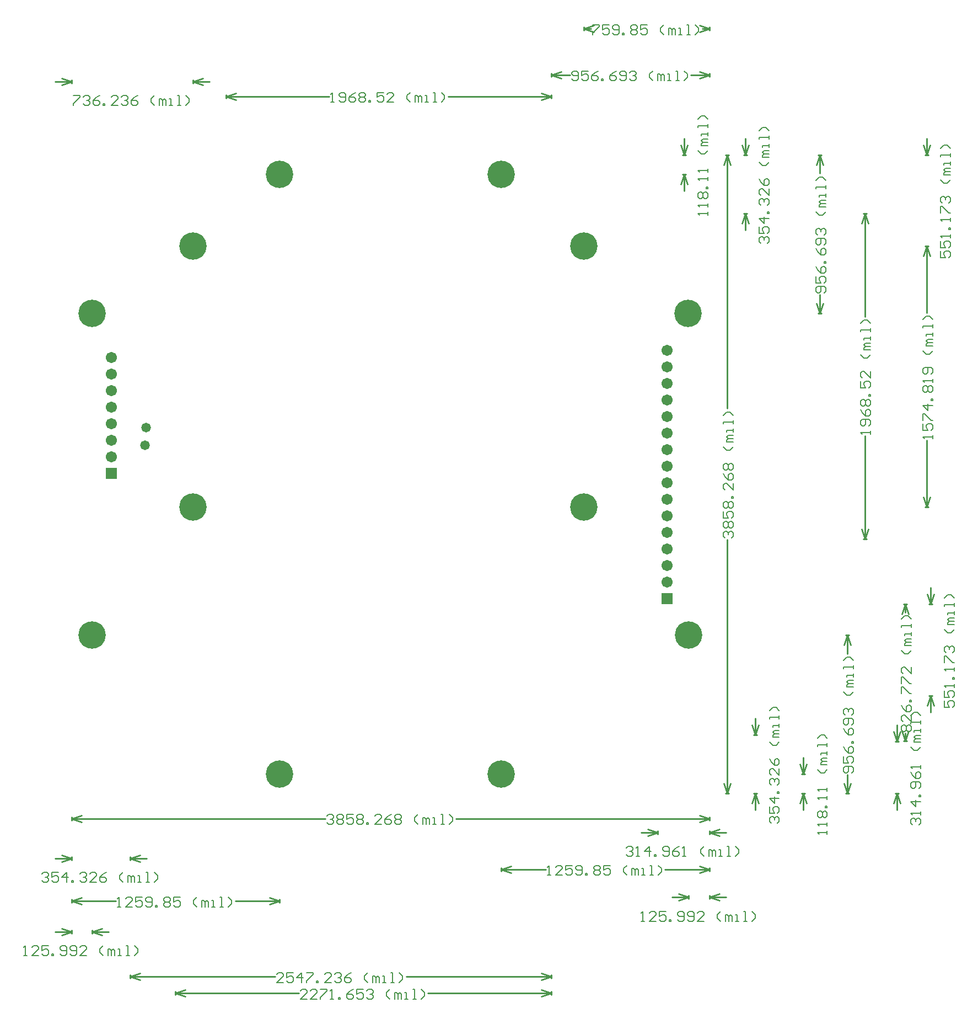
<source format=gts>
G04*
G04 #@! TF.GenerationSoftware,Altium Limited,Altium Designer,18.1.7 (191)*
G04*
G04 Layer_Color=8388736*
%FSLAX25Y25*%
%MOIN*%
G70*
G01*
G75*
%ADD13C,0.01000*%
%ADD14C,0.00600*%
%ADD15C,0.06706*%
%ADD16R,0.06706X0.06706*%
%ADD17C,0.16548*%
%ADD18C,0.05800*%
D13*
X73824Y429100D02*
Y431100D01*
X200Y429100D02*
Y431100D01*
X73824Y430100D02*
X79824Y428100D01*
X73824Y430100D02*
X79824Y432100D01*
X-5800Y428100D02*
X200Y430100D01*
X-5800Y432100D02*
X200Y430100D01*
X73824D02*
X83824D01*
X-9800D02*
X200D01*
X386100Y461100D02*
Y463100D01*
X310115Y461100D02*
Y463100D01*
X380100Y460100D02*
X386100Y462100D01*
X380100Y464100D02*
X386100Y462100D01*
X310115D02*
X316115Y460100D01*
X310115Y462100D02*
X316115Y464100D01*
X381697Y462100D02*
X386100D01*
X310115D02*
X314518D01*
X516300Y330700D02*
X518300D01*
X516300Y173218D02*
X518300D01*
X517300Y330700D02*
X519300Y324700D01*
X515300D02*
X517300Y330700D01*
Y173218D02*
X519300Y179218D01*
X515300D02*
X517300Y173218D01*
Y290547D02*
Y330700D01*
Y173218D02*
Y213371D01*
X516400Y385900D02*
X518400D01*
X516400Y330783D02*
X518400D01*
X517400Y385900D02*
X519400Y391900D01*
X515400D02*
X517400Y385900D01*
Y330783D02*
X519400Y324783D01*
X515400D02*
X517400Y330783D01*
Y385900D02*
Y395900D01*
Y320783D02*
Y330783D01*
X478900Y350500D02*
X480900D01*
X478900Y153648D02*
X480900D01*
X479900Y350500D02*
X481900Y344500D01*
X477900D02*
X479900Y350500D01*
Y153648D02*
X481900Y159648D01*
X477900D02*
X479900Y153648D01*
Y288163D02*
Y350500D01*
Y153648D02*
Y215985D01*
X290400Y420200D02*
Y422200D01*
X93548Y420200D02*
Y422200D01*
X284400Y419200D02*
X290400Y421200D01*
X284400Y423200D02*
X290400Y421200D01*
X93548D02*
X99548Y419200D01*
X93548Y421200D02*
X99548Y423200D01*
X228063Y421200D02*
X290400D01*
X93548D02*
X155885D01*
X386100Y433200D02*
Y435200D01*
X290431Y433200D02*
Y435200D01*
X380100Y432200D02*
X386100Y434200D01*
X380100Y436200D02*
X386100Y434200D01*
X290431D02*
X296431Y432200D01*
X290431Y434200D02*
X296431Y436200D01*
X374854Y434200D02*
X386100D01*
X290431D02*
X301677D01*
X290300Y-121600D02*
Y-119600D01*
X63135Y-121600D02*
Y-119600D01*
X284300Y-122600D02*
X290300Y-120600D01*
X284300Y-118600D02*
X290300Y-120600D01*
X63135D02*
X69135Y-122600D01*
X63135Y-120600D02*
X69135Y-118600D01*
X215805Y-120600D02*
X290300D01*
X63135D02*
X137629D01*
X290324Y-111500D02*
Y-109500D01*
X35600Y-111500D02*
Y-109500D01*
X284324Y-112500D02*
X290324Y-110500D01*
X284324Y-108500D02*
X290324Y-110500D01*
X35600D02*
X41600Y-112500D01*
X35600Y-110500D02*
X41600Y-108500D01*
X202550Y-110500D02*
X290324D01*
X35600D02*
X123374D01*
X518600Y114300D02*
X520600D01*
X518600Y59183D02*
X520600D01*
X519600Y114300D02*
X521600Y120300D01*
X517600D02*
X519600Y114300D01*
Y59183D02*
X521600Y53183D01*
X517600D02*
X519600Y59183D01*
Y114300D02*
Y124300D01*
Y49183D02*
Y59183D01*
X503500Y114277D02*
X505500D01*
X503500Y31600D02*
X505500D01*
X504500Y114277D02*
X506500Y108277D01*
X502500D02*
X504500Y114277D01*
Y31600D02*
X506500Y37600D01*
X502500D02*
X504500Y31600D01*
Y109527D02*
Y114277D01*
Y31600D02*
Y36350D01*
X498200Y31596D02*
X500200D01*
X498200Y100D02*
X500200D01*
X499200Y31596D02*
X501200Y37596D01*
X497200D02*
X499200Y31596D01*
Y100D02*
X501200Y-5900D01*
X497200D02*
X499200Y100D01*
Y31596D02*
Y41596D01*
Y-9900D02*
Y100D01*
X12800Y-84600D02*
Y-82600D01*
X201Y-84600D02*
Y-82600D01*
X12800Y-83600D02*
X18800Y-85600D01*
X12800Y-83600D02*
X18800Y-81600D01*
X-5799Y-85600D02*
X201Y-83600D01*
X-5799Y-81600D02*
X201Y-83600D01*
X12800D02*
X22800D01*
X-9799D02*
X201D01*
X386100Y-63700D02*
Y-61700D01*
X373501Y-63700D02*
Y-61700D01*
X386100Y-62700D02*
X392100Y-64700D01*
X386100Y-62700D02*
X392100Y-60700D01*
X367501Y-64700D02*
X373501Y-62700D01*
X367501Y-60700D02*
X373501Y-62700D01*
X386100D02*
X396100D01*
X363501D02*
X373501D01*
X451700Y385900D02*
X453700D01*
X451700Y290231D02*
X453700D01*
X452700Y385900D02*
X454700Y379900D01*
X450700D02*
X452700Y385900D01*
Y290231D02*
X454700Y296231D01*
X450700D02*
X452700Y290231D01*
Y374654D02*
Y385900D01*
Y290231D02*
Y301477D01*
X468500Y95769D02*
X470500D01*
X468500Y100D02*
X470500D01*
X469500Y95769D02*
X471500Y89769D01*
X467500D02*
X469500Y95769D01*
Y100D02*
X471500Y6100D01*
X467500D02*
X469500Y100D01*
Y84523D02*
Y95769D01*
Y100D02*
Y11346D01*
X369700Y385900D02*
X371700D01*
X369700Y374089D02*
X371700D01*
X370700Y385900D02*
X372700Y391900D01*
X368700D02*
X370700Y385900D01*
Y374089D02*
X372700Y368089D01*
X368700D02*
X370700Y374089D01*
Y385900D02*
Y395900D01*
Y364089D02*
Y374089D01*
X441800Y11911D02*
X443800D01*
X441800Y100D02*
X443800D01*
X442800Y11911D02*
X444800Y17911D01*
X440800D02*
X442800Y11911D01*
Y100D02*
X444800Y-5900D01*
X440800D02*
X442800Y100D01*
Y11911D02*
Y21911D01*
Y-9900D02*
Y100D01*
X126185Y-66000D02*
Y-64000D01*
X200Y-66000D02*
Y-64000D01*
X120185Y-67000D02*
X126185Y-65000D01*
X120185Y-63000D02*
X126185Y-65000D01*
X200D02*
X6200Y-67000D01*
X200Y-65000D02*
X6200Y-63000D01*
X99281Y-65000D02*
X126185D01*
X200D02*
X27104D01*
X386100Y-46800D02*
Y-44800D01*
X260115Y-46800D02*
Y-44800D01*
X380100Y-47800D02*
X386100Y-45800D01*
X380100Y-43800D02*
X386100Y-45800D01*
X260115D02*
X266115Y-47800D01*
X260115Y-45800D02*
X266115Y-43800D01*
X359196Y-45800D02*
X386100D01*
X260115D02*
X287019D01*
X386100Y-16100D02*
Y-14100D01*
X273Y-16100D02*
Y-14100D01*
X380100Y-17100D02*
X386100Y-15100D01*
X380100Y-13100D02*
X386100Y-15100D01*
X273D02*
X6273Y-17100D01*
X273Y-15100D02*
X6273Y-13100D01*
X232774Y-15100D02*
X386100D01*
X273D02*
X153599D01*
X395800Y385927D02*
X397800D01*
X395800Y100D02*
X397800D01*
X396800Y385927D02*
X398800Y379927D01*
X394800D02*
X396800Y385927D01*
Y100D02*
X398800Y6100D01*
X394800D02*
X396800Y100D01*
Y232601D02*
Y385927D01*
Y100D02*
Y153426D01*
X412800Y35533D02*
X414800D01*
X412800Y100D02*
X414800D01*
X413800Y35533D02*
X415800Y41533D01*
X411800D02*
X413800Y35533D01*
Y100D02*
X415800Y-5900D01*
X411800D02*
X413800Y100D01*
Y35533D02*
Y45533D01*
Y-9900D02*
Y100D01*
X406700Y385900D02*
X408700D01*
X406700Y350467D02*
X408700D01*
X407700Y385900D02*
X409700Y391900D01*
X405700D02*
X407700Y385900D01*
Y350467D02*
X409700Y344467D01*
X405700D02*
X407700Y350467D01*
Y385900D02*
Y395900D01*
Y340467D02*
Y350467D01*
X35633Y-40300D02*
Y-38300D01*
X200Y-40300D02*
Y-38300D01*
X35633Y-39300D02*
X41633Y-41300D01*
X35633Y-39300D02*
X41633Y-37300D01*
X-5800Y-41300D02*
X200Y-39300D01*
X-5800Y-37300D02*
X200Y-39300D01*
X35633D02*
X45633D01*
X-9800D02*
X200D01*
X386100Y-24500D02*
Y-22500D01*
X354604Y-24500D02*
Y-22500D01*
X386100Y-23500D02*
X392100Y-25500D01*
X386100Y-23500D02*
X392100Y-21500D01*
X348604Y-25500D02*
X354604Y-23500D01*
X348604Y-21500D02*
X354604Y-23500D01*
X386100D02*
X396100D01*
X344604D02*
X354604D01*
D14*
X1423Y421702D02*
X5422D01*
Y420702D01*
X1423Y416704D01*
Y415704D01*
X7421Y420702D02*
X8421Y421702D01*
X10420D01*
X11420Y420702D01*
Y419703D01*
X10420Y418703D01*
X9420D01*
X10420D01*
X11420Y417703D01*
Y416704D01*
X10420Y415704D01*
X8421D01*
X7421Y416704D01*
X17418Y421702D02*
X15419Y420702D01*
X13419Y418703D01*
Y416704D01*
X14419Y415704D01*
X16418D01*
X17418Y416704D01*
Y417703D01*
X16418Y418703D01*
X13419D01*
X19417Y415704D02*
Y416704D01*
X20417D01*
Y415704D01*
X19417D01*
X28414D02*
X24416D01*
X28414Y419703D01*
Y420702D01*
X27415Y421702D01*
X25415D01*
X24416Y420702D01*
X30414D02*
X31413Y421702D01*
X33413D01*
X34413Y420702D01*
Y419703D01*
X33413Y418703D01*
X32413D01*
X33413D01*
X34413Y417703D01*
Y416704D01*
X33413Y415704D01*
X31413D01*
X30414Y416704D01*
X40411Y421702D02*
X38411Y420702D01*
X36412Y418703D01*
Y416704D01*
X37411Y415704D01*
X39411D01*
X40411Y416704D01*
Y417703D01*
X39411Y418703D01*
X36412D01*
X50407Y415704D02*
X48408Y417703D01*
Y419703D01*
X50407Y421702D01*
X53406Y415704D02*
Y419703D01*
X54406D01*
X55406Y418703D01*
Y415704D01*
Y418703D01*
X56405Y419703D01*
X57405Y418703D01*
Y415704D01*
X59404D02*
X61404D01*
X60404D01*
Y419703D01*
X59404D01*
X64403Y415704D02*
X66402D01*
X65402D01*
Y421702D01*
X64403D01*
X69401Y415704D02*
X71400Y417703D01*
Y419703D01*
X69401Y421702D01*
X315518Y464499D02*
X319516D01*
Y463499D01*
X315518Y459501D01*
Y458501D01*
X325515Y464499D02*
X321516D01*
Y461500D01*
X323515Y462500D01*
X324515D01*
X325515Y461500D01*
Y459501D01*
X324515Y458501D01*
X322516D01*
X321516Y459501D01*
X327514D02*
X328514Y458501D01*
X330513D01*
X331513Y459501D01*
Y463499D01*
X330513Y464499D01*
X328514D01*
X327514Y463499D01*
Y462500D01*
X328514Y461500D01*
X331513D01*
X333512Y458501D02*
Y459501D01*
X334512D01*
Y458501D01*
X333512D01*
X338510Y463499D02*
X339510Y464499D01*
X341509D01*
X342509Y463499D01*
Y462500D01*
X341509Y461500D01*
X342509Y460500D01*
Y459501D01*
X341509Y458501D01*
X339510D01*
X338510Y459501D01*
Y460500D01*
X339510Y461500D01*
X338510Y462500D01*
Y463499D01*
X339510Y461500D02*
X341509D01*
X348507Y464499D02*
X344508D01*
Y461500D01*
X346508Y462500D01*
X347508D01*
X348507Y461500D01*
Y459501D01*
X347508Y458501D01*
X345508D01*
X344508Y459501D01*
X358504Y458501D02*
X356505Y460500D01*
Y462500D01*
X358504Y464499D01*
X361503Y458501D02*
Y462500D01*
X362503D01*
X363502Y461500D01*
Y458501D01*
Y461500D01*
X364502Y462500D01*
X365502Y461500D01*
Y458501D01*
X367501D02*
X369500D01*
X368501D01*
Y462500D01*
X367501D01*
X372499Y458501D02*
X374499D01*
X373499D01*
Y464499D01*
X372499D01*
X377498Y458501D02*
X379497Y460500D01*
Y462500D01*
X377498Y464499D01*
X520899Y214371D02*
Y216370D01*
Y215371D01*
X514901D01*
X515901Y214371D01*
X514901Y223368D02*
Y219369D01*
X517900D01*
X516900Y221369D01*
Y222368D01*
X517900Y223368D01*
X519899D01*
X520899Y222368D01*
Y220369D01*
X519899Y219369D01*
X514901Y225367D02*
Y229366D01*
X515901D01*
X519899Y225367D01*
X520899D01*
Y234365D02*
X514901D01*
X517900Y231365D01*
Y235364D01*
X520899Y237364D02*
X519899D01*
Y238363D01*
X520899D01*
Y237364D01*
X515901Y242362D02*
X514901Y243362D01*
Y245361D01*
X515901Y246361D01*
X516900D01*
X517900Y245361D01*
X518900Y246361D01*
X519899D01*
X520899Y245361D01*
Y243362D01*
X519899Y242362D01*
X518900D01*
X517900Y243362D01*
X516900Y242362D01*
X515901D01*
X517900Y243362D02*
Y245361D01*
X520899Y248360D02*
Y250359D01*
Y249360D01*
X514901D01*
X515901Y248360D01*
X519899Y253358D02*
X520899Y254358D01*
Y256357D01*
X519899Y257357D01*
X515901D01*
X514901Y256357D01*
Y254358D01*
X515901Y253358D01*
X516900D01*
X517900Y254358D01*
Y257357D01*
X520899Y267354D02*
X518900Y265354D01*
X516900D01*
X514901Y267354D01*
X520899Y270353D02*
X516900D01*
Y271353D01*
X517900Y272352D01*
X520899D01*
X517900D01*
X516900Y273352D01*
X517900Y274352D01*
X520899D01*
Y276351D02*
Y278350D01*
Y277351D01*
X516900D01*
Y276351D01*
X520899Y281349D02*
Y283349D01*
Y282349D01*
X514901D01*
Y281349D01*
X520899Y286348D02*
X518900Y288347D01*
X516900D01*
X514901Y286348D01*
X525798Y327751D02*
Y323752D01*
X528797D01*
X527797Y325752D01*
Y326751D01*
X528797Y327751D01*
X530796D01*
X531796Y326751D01*
Y324752D01*
X530796Y323752D01*
X525798Y333749D02*
Y329750D01*
X528797D01*
X527797Y331750D01*
Y332749D01*
X528797Y333749D01*
X530796D01*
X531796Y332749D01*
Y330750D01*
X530796Y329750D01*
X531796Y335749D02*
Y337748D01*
Y336748D01*
X525798D01*
X526798Y335749D01*
X531796Y340747D02*
X530796D01*
Y341746D01*
X531796D01*
Y340747D01*
Y345745D02*
Y347745D01*
Y346745D01*
X525798D01*
X526798Y345745D01*
X525798Y350744D02*
Y354742D01*
X526798D01*
X530796Y350744D01*
X531796D01*
X526798Y356742D02*
X525798Y357741D01*
Y359741D01*
X526798Y360740D01*
X527797D01*
X528797Y359741D01*
Y358741D01*
Y359741D01*
X529797Y360740D01*
X530796D01*
X531796Y359741D01*
Y357741D01*
X530796Y356742D01*
X531796Y370737D02*
X529797Y368738D01*
X527797D01*
X525798Y370737D01*
X531796Y373736D02*
X527797D01*
Y374736D01*
X528797Y375735D01*
X531796D01*
X528797D01*
X527797Y376735D01*
X528797Y377735D01*
X531796D01*
Y379734D02*
Y381734D01*
Y380734D01*
X527797D01*
Y379734D01*
X531796Y384733D02*
Y386732D01*
Y385732D01*
X525798D01*
Y384733D01*
X531796Y389731D02*
X529797Y391730D01*
X527797D01*
X525798Y389731D01*
X483499Y216985D02*
Y218985D01*
Y217985D01*
X477501D01*
X478501Y216985D01*
X482499Y221984D02*
X483499Y222983D01*
Y224983D01*
X482499Y225982D01*
X478501D01*
X477501Y224983D01*
Y222983D01*
X478501Y221984D01*
X479500D01*
X480500Y222983D01*
Y225982D01*
X477501Y231980D02*
X478501Y229981D01*
X480500Y227982D01*
X482499D01*
X483499Y228981D01*
Y230981D01*
X482499Y231980D01*
X481500D01*
X480500Y230981D01*
Y227982D01*
X478501Y233980D02*
X477501Y234979D01*
Y236979D01*
X478501Y237978D01*
X479500D01*
X480500Y236979D01*
X481500Y237978D01*
X482499D01*
X483499Y236979D01*
Y234979D01*
X482499Y233980D01*
X481500D01*
X480500Y234979D01*
X479500Y233980D01*
X478501D01*
X480500Y234979D02*
Y236979D01*
X483499Y239978D02*
X482499D01*
Y240977D01*
X483499D01*
Y239978D01*
X477501Y248975D02*
Y244976D01*
X480500D01*
X479500Y246975D01*
Y247975D01*
X480500Y248975D01*
X482499D01*
X483499Y247975D01*
Y245976D01*
X482499Y244976D01*
X483499Y254973D02*
Y250974D01*
X479500Y254973D01*
X478501D01*
X477501Y253973D01*
Y251974D01*
X478501Y250974D01*
X483499Y264970D02*
X481500Y262970D01*
X479500D01*
X477501Y264970D01*
X483499Y267969D02*
X479500D01*
Y268968D01*
X480500Y269968D01*
X483499D01*
X480500D01*
X479500Y270968D01*
X480500Y271967D01*
X483499D01*
Y273967D02*
Y275966D01*
Y274966D01*
X479500D01*
Y273967D01*
X483499Y278965D02*
Y280964D01*
Y279965D01*
X477501D01*
Y278965D01*
X483499Y283963D02*
X481500Y285963D01*
X479500D01*
X477501Y283963D01*
X156885Y417601D02*
X158885D01*
X157885D01*
Y423599D01*
X156885Y422599D01*
X161884Y418601D02*
X162883Y417601D01*
X164883D01*
X165882Y418601D01*
Y422599D01*
X164883Y423599D01*
X162883D01*
X161884Y422599D01*
Y421600D01*
X162883Y420600D01*
X165882D01*
X171880Y423599D02*
X169881Y422599D01*
X167882Y420600D01*
Y418601D01*
X168881Y417601D01*
X170881D01*
X171880Y418601D01*
Y419600D01*
X170881Y420600D01*
X167882D01*
X173880Y422599D02*
X174879Y423599D01*
X176879D01*
X177878Y422599D01*
Y421600D01*
X176879Y420600D01*
X177878Y419600D01*
Y418601D01*
X176879Y417601D01*
X174879D01*
X173880Y418601D01*
Y419600D01*
X174879Y420600D01*
X173880Y421600D01*
Y422599D01*
X174879Y420600D02*
X176879D01*
X179878Y417601D02*
Y418601D01*
X180877D01*
Y417601D01*
X179878D01*
X188875Y423599D02*
X184876D01*
Y420600D01*
X186875Y421600D01*
X187875D01*
X188875Y420600D01*
Y418601D01*
X187875Y417601D01*
X185876D01*
X184876Y418601D01*
X194873Y417601D02*
X190874D01*
X194873Y421600D01*
Y422599D01*
X193873Y423599D01*
X191874D01*
X190874Y422599D01*
X204870Y417601D02*
X202870Y419600D01*
Y421600D01*
X204870Y423599D01*
X207869Y417601D02*
Y421600D01*
X208868D01*
X209868Y420600D01*
Y417601D01*
Y420600D01*
X210868Y421600D01*
X211867Y420600D01*
Y417601D01*
X213867D02*
X215866D01*
X214866D01*
Y421600D01*
X213867D01*
X218865Y417601D02*
X220865D01*
X219865D01*
Y423599D01*
X218865D01*
X223864Y417601D02*
X225863Y419600D01*
Y421600D01*
X223864Y423599D01*
X302677Y431601D02*
X303676Y430601D01*
X305676D01*
X306675Y431601D01*
Y435599D01*
X305676Y436599D01*
X303676D01*
X302677Y435599D01*
Y434600D01*
X303676Y433600D01*
X306675D01*
X312673Y436599D02*
X308675D01*
Y433600D01*
X310674Y434600D01*
X311674D01*
X312673Y433600D01*
Y431601D01*
X311674Y430601D01*
X309674D01*
X308675Y431601D01*
X318671Y436599D02*
X316672Y435599D01*
X314673Y433600D01*
Y431601D01*
X315672Y430601D01*
X317672D01*
X318671Y431601D01*
Y432600D01*
X317672Y433600D01*
X314673D01*
X320671Y430601D02*
Y431601D01*
X321671D01*
Y430601D01*
X320671D01*
X329668Y436599D02*
X327669Y435599D01*
X325669Y433600D01*
Y431601D01*
X326669Y430601D01*
X328668D01*
X329668Y431601D01*
Y432600D01*
X328668Y433600D01*
X325669D01*
X331667Y431601D02*
X332667Y430601D01*
X334666D01*
X335666Y431601D01*
Y435599D01*
X334666Y436599D01*
X332667D01*
X331667Y435599D01*
Y434600D01*
X332667Y433600D01*
X335666D01*
X337665Y435599D02*
X338665Y436599D01*
X340664D01*
X341664Y435599D01*
Y434600D01*
X340664Y433600D01*
X339665D01*
X340664D01*
X341664Y432600D01*
Y431601D01*
X340664Y430601D01*
X338665D01*
X337665Y431601D01*
X351661Y430601D02*
X349661Y432600D01*
Y434600D01*
X351661Y436599D01*
X354660Y430601D02*
Y434600D01*
X355660D01*
X356659Y433600D01*
Y430601D01*
Y433600D01*
X357659Y434600D01*
X358659Y433600D01*
Y430601D01*
X360658D02*
X362657D01*
X361658D01*
Y434600D01*
X360658D01*
X365656Y430601D02*
X367656D01*
X366656D01*
Y436599D01*
X365656D01*
X370655Y430601D02*
X372654Y432600D01*
Y434600D01*
X370655Y436599D01*
X142628Y-124199D02*
X138629D01*
X142628Y-120200D01*
Y-119201D01*
X141629Y-118201D01*
X139629D01*
X138629Y-119201D01*
X148626Y-124199D02*
X144627D01*
X148626Y-120200D01*
Y-119201D01*
X147626Y-118201D01*
X145627D01*
X144627Y-119201D01*
X150626Y-118201D02*
X154624D01*
Y-119201D01*
X150626Y-123199D01*
Y-124199D01*
X156624D02*
X158623D01*
X157623D01*
Y-118201D01*
X156624Y-119201D01*
X161622Y-124199D02*
Y-123199D01*
X162622D01*
Y-124199D01*
X161622D01*
X170619Y-118201D02*
X168620Y-119201D01*
X166620Y-121200D01*
Y-123199D01*
X167620Y-124199D01*
X169619D01*
X170619Y-123199D01*
Y-122200D01*
X169619Y-121200D01*
X166620D01*
X176617Y-118201D02*
X172618D01*
Y-121200D01*
X174618Y-120200D01*
X175618D01*
X176617Y-121200D01*
Y-123199D01*
X175618Y-124199D01*
X173618D01*
X172618Y-123199D01*
X178616Y-119201D02*
X179616Y-118201D01*
X181616D01*
X182615Y-119201D01*
Y-120200D01*
X181616Y-121200D01*
X180616D01*
X181616D01*
X182615Y-122200D01*
Y-123199D01*
X181616Y-124199D01*
X179616D01*
X178616Y-123199D01*
X192612Y-124199D02*
X190613Y-122200D01*
Y-120200D01*
X192612Y-118201D01*
X195611Y-124199D02*
Y-120200D01*
X196611D01*
X197610Y-121200D01*
Y-124199D01*
Y-121200D01*
X198610Y-120200D01*
X199610Y-121200D01*
Y-124199D01*
X201609D02*
X203608D01*
X202609D01*
Y-120200D01*
X201609D01*
X206608Y-124199D02*
X208607D01*
X207607D01*
Y-118201D01*
X206608D01*
X211606Y-124199D02*
X213605Y-122200D01*
Y-120200D01*
X211606Y-118201D01*
X128373Y-114099D02*
X124374D01*
X128373Y-110100D01*
Y-109101D01*
X127373Y-108101D01*
X125374D01*
X124374Y-109101D01*
X134371Y-108101D02*
X130372D01*
Y-111100D01*
X132371Y-110100D01*
X133371D01*
X134371Y-111100D01*
Y-113099D01*
X133371Y-114099D01*
X131372D01*
X130372Y-113099D01*
X139369Y-114099D02*
Y-108101D01*
X136370Y-111100D01*
X140369D01*
X142368Y-108101D02*
X146367D01*
Y-109101D01*
X142368Y-113099D01*
Y-114099D01*
X148366D02*
Y-113099D01*
X149366D01*
Y-114099D01*
X148366D01*
X157363D02*
X153365D01*
X157363Y-110100D01*
Y-109101D01*
X156364Y-108101D01*
X154364D01*
X153365Y-109101D01*
X159363D02*
X160363Y-108101D01*
X162362D01*
X163362Y-109101D01*
Y-110100D01*
X162362Y-111100D01*
X161362D01*
X162362D01*
X163362Y-112100D01*
Y-113099D01*
X162362Y-114099D01*
X160363D01*
X159363Y-113099D01*
X169360Y-108101D02*
X167360Y-109101D01*
X165361Y-111100D01*
Y-113099D01*
X166360Y-114099D01*
X168360D01*
X169360Y-113099D01*
Y-112100D01*
X168360Y-111100D01*
X165361D01*
X179356Y-114099D02*
X177357Y-112100D01*
Y-110100D01*
X179356Y-108101D01*
X182355Y-114099D02*
Y-110100D01*
X183355D01*
X184355Y-111100D01*
Y-114099D01*
Y-111100D01*
X185354Y-110100D01*
X186354Y-111100D01*
Y-114099D01*
X188353D02*
X190353D01*
X189353D01*
Y-110100D01*
X188353D01*
X193352Y-114099D02*
X195351D01*
X194351D01*
Y-108101D01*
X193352D01*
X198350Y-114099D02*
X200349Y-112100D01*
Y-110100D01*
X198350Y-108101D01*
X527998Y56151D02*
Y52152D01*
X530997D01*
X529997Y54152D01*
Y55151D01*
X530997Y56151D01*
X532996D01*
X533996Y55151D01*
Y53152D01*
X532996Y52152D01*
X527998Y62149D02*
Y58150D01*
X530997D01*
X529997Y60150D01*
Y61149D01*
X530997Y62149D01*
X532996D01*
X533996Y61149D01*
Y59150D01*
X532996Y58150D01*
X533996Y64148D02*
Y66148D01*
Y65148D01*
X527998D01*
X528998Y64148D01*
X533996Y69147D02*
X532996D01*
Y70147D01*
X533996D01*
Y69147D01*
Y74145D02*
Y76145D01*
Y75145D01*
X527998D01*
X528998Y74145D01*
X527998Y79144D02*
Y83142D01*
X528998D01*
X532996Y79144D01*
X533996D01*
X528998Y85142D02*
X527998Y86141D01*
Y88141D01*
X528998Y89140D01*
X529997D01*
X530997Y88141D01*
Y87141D01*
Y88141D01*
X531997Y89140D01*
X532996D01*
X533996Y88141D01*
Y86141D01*
X532996Y85142D01*
X533996Y99137D02*
X531997Y97138D01*
X529997D01*
X527998Y99137D01*
X533996Y102136D02*
X529997D01*
Y103136D01*
X530997Y104136D01*
X533996D01*
X530997D01*
X529997Y105135D01*
X530997Y106135D01*
X533996D01*
Y108134D02*
Y110134D01*
Y109134D01*
X529997D01*
Y108134D01*
X533996Y113133D02*
Y115132D01*
Y114132D01*
X527998D01*
Y113133D01*
X533996Y118131D02*
X531997Y120130D01*
X529997D01*
X527998Y118131D01*
X503101Y37350D02*
X502101Y38350D01*
Y40349D01*
X503101Y41349D01*
X504100D01*
X505100Y40349D01*
X506100Y41349D01*
X507099D01*
X508099Y40349D01*
Y38350D01*
X507099Y37350D01*
X506100D01*
X505100Y38350D01*
X504100Y37350D01*
X503101D01*
X505100Y38350D02*
Y40349D01*
X508099Y47347D02*
Y43348D01*
X504100Y47347D01*
X503101D01*
X502101Y46347D01*
Y44348D01*
X503101Y43348D01*
X502101Y53345D02*
X503101Y51345D01*
X505100Y49346D01*
X507099D01*
X508099Y50346D01*
Y52345D01*
X507099Y53345D01*
X506100D01*
X505100Y52345D01*
Y49346D01*
X508099Y55344D02*
X507099D01*
Y56344D01*
X508099D01*
Y55344D01*
X502101Y60343D02*
Y64341D01*
X503101D01*
X507099Y60343D01*
X508099D01*
X502101Y66341D02*
Y70339D01*
X503101D01*
X507099Y66341D01*
X508099D01*
Y76337D02*
Y72339D01*
X504100Y76337D01*
X503101D01*
X502101Y75338D01*
Y73338D01*
X503101Y72339D01*
X508099Y86334D02*
X506100Y84335D01*
X504100D01*
X502101Y86334D01*
X508099Y89333D02*
X504100D01*
Y90333D01*
X505100Y91332D01*
X508099D01*
X505100D01*
X504100Y92332D01*
X505100Y93332D01*
X508099D01*
Y95331D02*
Y97330D01*
Y96331D01*
X504100D01*
Y95331D01*
X508099Y100329D02*
Y102329D01*
Y101329D01*
X502101D01*
Y100329D01*
X508099Y105328D02*
X506100Y107327D01*
X504100D01*
X502101Y105328D01*
X508598Y-18741D02*
X507598Y-17741D01*
Y-15742D01*
X508598Y-14742D01*
X509597D01*
X510597Y-15742D01*
Y-16742D01*
Y-15742D01*
X511597Y-14742D01*
X512596D01*
X513596Y-15742D01*
Y-17741D01*
X512596Y-18741D01*
X513596Y-12743D02*
Y-10744D01*
Y-11743D01*
X507598D01*
X508598Y-12743D01*
X513596Y-4746D02*
X507598D01*
X510597Y-7745D01*
Y-3746D01*
X513596Y-1746D02*
X512596D01*
Y-747D01*
X513596D01*
Y-1746D01*
X512596Y3252D02*
X513596Y4252D01*
Y6251D01*
X512596Y7251D01*
X508598D01*
X507598Y6251D01*
Y4252D01*
X508598Y3252D01*
X509597D01*
X510597Y4252D01*
Y7251D01*
X507598Y13249D02*
X508598Y11249D01*
X510597Y9250D01*
X512596D01*
X513596Y10250D01*
Y12249D01*
X512596Y13249D01*
X511597D01*
X510597Y12249D01*
Y9250D01*
X513596Y15248D02*
Y17247D01*
Y16248D01*
X507598D01*
X508598Y15248D01*
X513596Y28244D02*
X511597Y26245D01*
X509597D01*
X507598Y28244D01*
X513596Y31243D02*
X509597D01*
Y32243D01*
X510597Y33242D01*
X513596D01*
X510597D01*
X509597Y34242D01*
X510597Y35242D01*
X513596D01*
Y37241D02*
Y39240D01*
Y38241D01*
X509597D01*
Y37241D01*
X513596Y42239D02*
Y44239D01*
Y43239D01*
X507598D01*
Y42239D01*
X513596Y47238D02*
X511597Y49237D01*
X509597D01*
X507598Y47238D01*
X-28588Y-97996D02*
X-26589D01*
X-27589D01*
Y-91998D01*
X-28588Y-92998D01*
X-19591Y-97996D02*
X-23590D01*
X-19591Y-93997D01*
Y-92998D01*
X-20591Y-91998D01*
X-22590D01*
X-23590Y-92998D01*
X-13593Y-91998D02*
X-17592D01*
Y-94997D01*
X-15593Y-93997D01*
X-14593D01*
X-13593Y-94997D01*
Y-96996D01*
X-14593Y-97996D01*
X-16592D01*
X-17592Y-96996D01*
X-11594Y-97996D02*
Y-96996D01*
X-10594D01*
Y-97996D01*
X-11594D01*
X-6596Y-96996D02*
X-5596Y-97996D01*
X-3596D01*
X-2597Y-96996D01*
Y-92998D01*
X-3596Y-91998D01*
X-5596D01*
X-6596Y-92998D01*
Y-93997D01*
X-5596Y-94997D01*
X-2597D01*
X-598Y-96996D02*
X402Y-97996D01*
X2402D01*
X3401Y-96996D01*
Y-92998D01*
X2402Y-91998D01*
X402D01*
X-598Y-92998D01*
Y-93997D01*
X402Y-94997D01*
X3401D01*
X9399Y-97996D02*
X5401D01*
X9399Y-93997D01*
Y-92998D01*
X8400Y-91998D01*
X6400D01*
X5401Y-92998D01*
X19396Y-97996D02*
X17397Y-95997D01*
Y-93997D01*
X19396Y-91998D01*
X22395Y-97996D02*
Y-93997D01*
X23395D01*
X24394Y-94997D01*
Y-97996D01*
Y-94997D01*
X25394Y-93997D01*
X26394Y-94997D01*
Y-97996D01*
X28393D02*
X30393D01*
X29393D01*
Y-93997D01*
X28393D01*
X33391Y-97996D02*
X35391D01*
X34391D01*
Y-91998D01*
X33391D01*
X38390Y-97996D02*
X40389Y-95997D01*
Y-93997D01*
X38390Y-91998D01*
X344712Y-77096D02*
X346711D01*
X345711D01*
Y-71098D01*
X344712Y-72098D01*
X353709Y-77096D02*
X349710D01*
X353709Y-73097D01*
Y-72098D01*
X352709Y-71098D01*
X350710D01*
X349710Y-72098D01*
X359707Y-71098D02*
X355708D01*
Y-74097D01*
X357707Y-73097D01*
X358707D01*
X359707Y-74097D01*
Y-76096D01*
X358707Y-77096D01*
X356708D01*
X355708Y-76096D01*
X361706Y-77096D02*
Y-76096D01*
X362706D01*
Y-77096D01*
X361706D01*
X366704Y-76096D02*
X367704Y-77096D01*
X369704D01*
X370703Y-76096D01*
Y-72098D01*
X369704Y-71098D01*
X367704D01*
X366704Y-72098D01*
Y-73097D01*
X367704Y-74097D01*
X370703D01*
X372703Y-76096D02*
X373702Y-77096D01*
X375701D01*
X376701Y-76096D01*
Y-72098D01*
X375701Y-71098D01*
X373702D01*
X372703Y-72098D01*
Y-73097D01*
X373702Y-74097D01*
X376701D01*
X382699Y-77096D02*
X378701D01*
X382699Y-73097D01*
Y-72098D01*
X381700Y-71098D01*
X379700D01*
X378701Y-72098D01*
X392696Y-77096D02*
X390697Y-75097D01*
Y-73097D01*
X392696Y-71098D01*
X395695Y-77096D02*
Y-73097D01*
X396695D01*
X397694Y-74097D01*
Y-77096D01*
Y-74097D01*
X398694Y-73097D01*
X399694Y-74097D01*
Y-77096D01*
X401693D02*
X403692D01*
X402693D01*
Y-73097D01*
X401693D01*
X406692Y-77096D02*
X408691D01*
X407691D01*
Y-71098D01*
X406692D01*
X411690Y-77096D02*
X413689Y-75097D01*
Y-73097D01*
X411690Y-71098D01*
X455299Y302477D02*
X456299Y303476D01*
Y305476D01*
X455299Y306475D01*
X451301D01*
X450301Y305476D01*
Y303476D01*
X451301Y302477D01*
X452300D01*
X453300Y303476D01*
Y306475D01*
X450301Y312474D02*
Y308475D01*
X453300D01*
X452300Y310474D01*
Y311474D01*
X453300Y312474D01*
X455299D01*
X456299Y311474D01*
Y309474D01*
X455299Y308475D01*
X450301Y318472D02*
X451301Y316472D01*
X453300Y314473D01*
X455299D01*
X456299Y315473D01*
Y317472D01*
X455299Y318472D01*
X454300D01*
X453300Y317472D01*
Y314473D01*
X456299Y320471D02*
X455299D01*
Y321470D01*
X456299D01*
Y320471D01*
X450301Y329468D02*
X451301Y327469D01*
X453300Y325469D01*
X455299D01*
X456299Y326469D01*
Y328468D01*
X455299Y329468D01*
X454300D01*
X453300Y328468D01*
Y325469D01*
X455299Y331467D02*
X456299Y332467D01*
Y334466D01*
X455299Y335466D01*
X451301D01*
X450301Y334466D01*
Y332467D01*
X451301Y331467D01*
X452300D01*
X453300Y332467D01*
Y335466D01*
X451301Y337465D02*
X450301Y338465D01*
Y340464D01*
X451301Y341464D01*
X452300D01*
X453300Y340464D01*
Y339465D01*
Y340464D01*
X454300Y341464D01*
X455299D01*
X456299Y340464D01*
Y338465D01*
X455299Y337465D01*
X456299Y351461D02*
X454300Y349462D01*
X452300D01*
X450301Y351461D01*
X456299Y354460D02*
X452300D01*
Y355459D01*
X453300Y356459D01*
X456299D01*
X453300D01*
X452300Y357459D01*
X453300Y358459D01*
X456299D01*
Y360458D02*
Y362457D01*
Y361458D01*
X452300D01*
Y360458D01*
X456299Y365456D02*
Y367456D01*
Y366456D01*
X450301D01*
Y365456D01*
X456299Y370455D02*
X454300Y372454D01*
X452300D01*
X450301Y370455D01*
X472099Y12346D02*
X473099Y13346D01*
Y15345D01*
X472099Y16345D01*
X468101D01*
X467101Y15345D01*
Y13346D01*
X468101Y12346D01*
X469100D01*
X470100Y13346D01*
Y16345D01*
X467101Y22343D02*
Y18344D01*
X470100D01*
X469100Y20343D01*
Y21343D01*
X470100Y22343D01*
X472099D01*
X473099Y21343D01*
Y19344D01*
X472099Y18344D01*
X467101Y28341D02*
X468101Y26341D01*
X470100Y24342D01*
X472099D01*
X473099Y25342D01*
Y27341D01*
X472099Y28341D01*
X471100D01*
X470100Y27341D01*
Y24342D01*
X473099Y30340D02*
X472099D01*
Y31340D01*
X473099D01*
Y30340D01*
X467101Y39337D02*
X468101Y37338D01*
X470100Y35339D01*
X472099D01*
X473099Y36338D01*
Y38338D01*
X472099Y39337D01*
X471100D01*
X470100Y38338D01*
Y35339D01*
X472099Y41337D02*
X473099Y42336D01*
Y44336D01*
X472099Y45335D01*
X468101D01*
X467101Y44336D01*
Y42336D01*
X468101Y41337D01*
X469100D01*
X470100Y42336D01*
Y45335D01*
X468101Y47335D02*
X467101Y48334D01*
Y50334D01*
X468101Y51333D01*
X469100D01*
X470100Y50334D01*
Y49334D01*
Y50334D01*
X471100Y51333D01*
X472099D01*
X473099Y50334D01*
Y48334D01*
X472099Y47335D01*
X473099Y61330D02*
X471100Y59331D01*
X469100D01*
X467101Y61330D01*
X473099Y64329D02*
X469100D01*
Y65329D01*
X470100Y66329D01*
X473099D01*
X470100D01*
X469100Y67328D01*
X470100Y68328D01*
X473099D01*
Y70327D02*
Y72327D01*
Y71327D01*
X469100D01*
Y70327D01*
X473099Y75326D02*
Y77325D01*
Y76325D01*
X467101D01*
Y75326D01*
X473099Y80324D02*
X471100Y82323D01*
X469100D01*
X467101Y80324D01*
X385096Y349404D02*
Y351404D01*
Y350404D01*
X379098D01*
X380098Y349404D01*
X385096Y354403D02*
Y356402D01*
Y355402D01*
X379098D01*
X380098Y354403D01*
Y359401D02*
X379098Y360401D01*
Y362400D01*
X380098Y363400D01*
X381097D01*
X382097Y362400D01*
X383097Y363400D01*
X384096D01*
X385096Y362400D01*
Y360401D01*
X384096Y359401D01*
X383097D01*
X382097Y360401D01*
X381097Y359401D01*
X380098D01*
X382097Y360401D02*
Y362400D01*
X385096Y365399D02*
X384096D01*
Y366399D01*
X385096D01*
Y365399D01*
Y370397D02*
Y372397D01*
Y371397D01*
X379098D01*
X380098Y370397D01*
X385096Y375396D02*
Y377395D01*
Y376396D01*
X379098D01*
X380098Y375396D01*
X385096Y388392D02*
X383097Y386392D01*
X381097D01*
X379098Y388392D01*
X385096Y391391D02*
X381097D01*
Y392390D01*
X382097Y393390D01*
X385096D01*
X382097D01*
X381097Y394390D01*
X382097Y395389D01*
X385096D01*
Y397389D02*
Y399388D01*
Y398388D01*
X381097D01*
Y397389D01*
X385096Y402387D02*
Y404386D01*
Y403387D01*
X379098D01*
Y402387D01*
X385096Y407385D02*
X383097Y409385D01*
X381097D01*
X379098Y407385D01*
X457196Y-24585D02*
Y-22585D01*
Y-23585D01*
X451198D01*
X452198Y-24585D01*
X457196Y-19586D02*
Y-17587D01*
Y-18587D01*
X451198D01*
X452198Y-19586D01*
Y-14588D02*
X451198Y-13588D01*
Y-11589D01*
X452198Y-10589D01*
X453197D01*
X454197Y-11589D01*
X455197Y-10589D01*
X456196D01*
X457196Y-11589D01*
Y-13588D01*
X456196Y-14588D01*
X455197D01*
X454197Y-13588D01*
X453197Y-14588D01*
X452198D01*
X454197Y-13588D02*
Y-11589D01*
X457196Y-8590D02*
X456196D01*
Y-7590D01*
X457196D01*
Y-8590D01*
Y-3592D02*
Y-1592D01*
Y-2592D01*
X451198D01*
X452198Y-3592D01*
X457196Y1407D02*
Y3406D01*
Y2406D01*
X451198D01*
X452198Y1407D01*
X457196Y14403D02*
X455197Y12403D01*
X453197D01*
X451198Y14403D01*
X457196Y17402D02*
X453197D01*
Y18401D01*
X454197Y19401D01*
X457196D01*
X454197D01*
X453197Y20401D01*
X454197Y21400D01*
X457196D01*
Y23400D02*
Y25399D01*
Y24399D01*
X453197D01*
Y23400D01*
X457196Y28398D02*
Y30397D01*
Y29398D01*
X451198D01*
Y28398D01*
X457196Y33396D02*
X455197Y35396D01*
X453197D01*
X451198Y33396D01*
X28104Y-68599D02*
X30103D01*
X29103D01*
Y-62601D01*
X28104Y-63601D01*
X37101Y-68599D02*
X33102D01*
X37101Y-64600D01*
Y-63601D01*
X36101Y-62601D01*
X34102D01*
X33102Y-63601D01*
X43099Y-62601D02*
X39100D01*
Y-65600D01*
X41100Y-64600D01*
X42099D01*
X43099Y-65600D01*
Y-67599D01*
X42099Y-68599D01*
X40100D01*
X39100Y-67599D01*
X45098D02*
X46098Y-68599D01*
X48097D01*
X49097Y-67599D01*
Y-63601D01*
X48097Y-62601D01*
X46098D01*
X45098Y-63601D01*
Y-64600D01*
X46098Y-65600D01*
X49097D01*
X51096Y-68599D02*
Y-67599D01*
X52096D01*
Y-68599D01*
X51096D01*
X56095Y-63601D02*
X57094Y-62601D01*
X59094D01*
X60093Y-63601D01*
Y-64600D01*
X59094Y-65600D01*
X60093Y-66600D01*
Y-67599D01*
X59094Y-68599D01*
X57094D01*
X56095Y-67599D01*
Y-66600D01*
X57094Y-65600D01*
X56095Y-64600D01*
Y-63601D01*
X57094Y-65600D02*
X59094D01*
X66091Y-62601D02*
X62093D01*
Y-65600D01*
X64092Y-64600D01*
X65092D01*
X66091Y-65600D01*
Y-67599D01*
X65092Y-68599D01*
X63092D01*
X62093Y-67599D01*
X76088Y-68599D02*
X74089Y-66600D01*
Y-64600D01*
X76088Y-62601D01*
X79087Y-68599D02*
Y-64600D01*
X80087D01*
X81086Y-65600D01*
Y-68599D01*
Y-65600D01*
X82086Y-64600D01*
X83086Y-65600D01*
Y-68599D01*
X85085D02*
X87085D01*
X86085D01*
Y-64600D01*
X85085D01*
X90084Y-68599D02*
X92083D01*
X91083D01*
Y-62601D01*
X90084D01*
X95082Y-68599D02*
X97081Y-66600D01*
Y-64600D01*
X95082Y-62601D01*
X288019Y-49399D02*
X290018D01*
X289018D01*
Y-43401D01*
X288019Y-44401D01*
X297016Y-49399D02*
X293017D01*
X297016Y-45400D01*
Y-44401D01*
X296016Y-43401D01*
X294017D01*
X293017Y-44401D01*
X303014Y-43401D02*
X299015D01*
Y-46400D01*
X301014Y-45400D01*
X302014D01*
X303014Y-46400D01*
Y-48399D01*
X302014Y-49399D01*
X300015D01*
X299015Y-48399D01*
X305013D02*
X306013Y-49399D01*
X308012D01*
X309012Y-48399D01*
Y-44401D01*
X308012Y-43401D01*
X306013D01*
X305013Y-44401D01*
Y-45400D01*
X306013Y-46400D01*
X309012D01*
X311011Y-49399D02*
Y-48399D01*
X312011D01*
Y-49399D01*
X311011D01*
X316010Y-44401D02*
X317009Y-43401D01*
X319009D01*
X320008Y-44401D01*
Y-45400D01*
X319009Y-46400D01*
X320008Y-47400D01*
Y-48399D01*
X319009Y-49399D01*
X317009D01*
X316010Y-48399D01*
Y-47400D01*
X317009Y-46400D01*
X316010Y-45400D01*
Y-44401D01*
X317009Y-46400D02*
X319009D01*
X326006Y-43401D02*
X322008D01*
Y-46400D01*
X324007Y-45400D01*
X325007D01*
X326006Y-46400D01*
Y-48399D01*
X325007Y-49399D01*
X323007D01*
X322008Y-48399D01*
X336003Y-49399D02*
X334004Y-47400D01*
Y-45400D01*
X336003Y-43401D01*
X339002Y-49399D02*
Y-45400D01*
X340002D01*
X341002Y-46400D01*
Y-49399D01*
Y-46400D01*
X342001Y-45400D01*
X343001Y-46400D01*
Y-49399D01*
X345000D02*
X347000D01*
X346000D01*
Y-45400D01*
X345000D01*
X349999Y-49399D02*
X351998D01*
X350998D01*
Y-43401D01*
X349999D01*
X354997Y-49399D02*
X356996Y-47400D01*
Y-45400D01*
X354997Y-43401D01*
X154599Y-13701D02*
X155599Y-12701D01*
X157598D01*
X158598Y-13701D01*
Y-14700D01*
X157598Y-15700D01*
X156598D01*
X157598D01*
X158598Y-16700D01*
Y-17699D01*
X157598Y-18699D01*
X155599D01*
X154599Y-17699D01*
X160597Y-13701D02*
X161597Y-12701D01*
X163596D01*
X164596Y-13701D01*
Y-14700D01*
X163596Y-15700D01*
X164596Y-16700D01*
Y-17699D01*
X163596Y-18699D01*
X161597D01*
X160597Y-17699D01*
Y-16700D01*
X161597Y-15700D01*
X160597Y-14700D01*
Y-13701D01*
X161597Y-15700D02*
X163596D01*
X170594Y-12701D02*
X166595D01*
Y-15700D01*
X168594Y-14700D01*
X169594D01*
X170594Y-15700D01*
Y-17699D01*
X169594Y-18699D01*
X167595D01*
X166595Y-17699D01*
X172593Y-13701D02*
X173593Y-12701D01*
X175592D01*
X176592Y-13701D01*
Y-14700D01*
X175592Y-15700D01*
X176592Y-16700D01*
Y-17699D01*
X175592Y-18699D01*
X173593D01*
X172593Y-17699D01*
Y-16700D01*
X173593Y-15700D01*
X172593Y-14700D01*
Y-13701D01*
X173593Y-15700D02*
X175592D01*
X178591Y-18699D02*
Y-17699D01*
X179591D01*
Y-18699D01*
X178591D01*
X187588D02*
X183589D01*
X187588Y-14700D01*
Y-13701D01*
X186589Y-12701D01*
X184589D01*
X183589Y-13701D01*
X193586Y-12701D02*
X191587Y-13701D01*
X189588Y-15700D01*
Y-17699D01*
X190587Y-18699D01*
X192587D01*
X193586Y-17699D01*
Y-16700D01*
X192587Y-15700D01*
X189588D01*
X195586Y-13701D02*
X196585Y-12701D01*
X198585D01*
X199584Y-13701D01*
Y-14700D01*
X198585Y-15700D01*
X199584Y-16700D01*
Y-17699D01*
X198585Y-18699D01*
X196585D01*
X195586Y-17699D01*
Y-16700D01*
X196585Y-15700D01*
X195586Y-14700D01*
Y-13701D01*
X196585Y-15700D02*
X198585D01*
X209581Y-18699D02*
X207582Y-16700D01*
Y-14700D01*
X209581Y-12701D01*
X212580Y-18699D02*
Y-14700D01*
X213580D01*
X214580Y-15700D01*
Y-18699D01*
Y-15700D01*
X215579Y-14700D01*
X216579Y-15700D01*
Y-18699D01*
X218578D02*
X220578D01*
X219578D01*
Y-14700D01*
X218578D01*
X223577Y-18699D02*
X225576D01*
X224576D01*
Y-12701D01*
X223577D01*
X228575Y-18699D02*
X230574Y-16700D01*
Y-14700D01*
X228575Y-12701D01*
X395401Y154426D02*
X394401Y155425D01*
Y157425D01*
X395401Y158424D01*
X396400D01*
X397400Y157425D01*
Y156425D01*
Y157425D01*
X398400Y158424D01*
X399399D01*
X400399Y157425D01*
Y155425D01*
X399399Y154426D01*
X395401Y160424D02*
X394401Y161423D01*
Y163423D01*
X395401Y164423D01*
X396400D01*
X397400Y163423D01*
X398400Y164423D01*
X399399D01*
X400399Y163423D01*
Y161423D01*
X399399Y160424D01*
X398400D01*
X397400Y161423D01*
X396400Y160424D01*
X395401D01*
X397400Y161423D02*
Y163423D01*
X394401Y170421D02*
Y166422D01*
X397400D01*
X396400Y168421D01*
Y169421D01*
X397400Y170421D01*
X399399D01*
X400399Y169421D01*
Y167421D01*
X399399Y166422D01*
X395401Y172420D02*
X394401Y173419D01*
Y175419D01*
X395401Y176419D01*
X396400D01*
X397400Y175419D01*
X398400Y176419D01*
X399399D01*
X400399Y175419D01*
Y173419D01*
X399399Y172420D01*
X398400D01*
X397400Y173419D01*
X396400Y172420D01*
X395401D01*
X397400Y173419D02*
Y175419D01*
X400399Y178418D02*
X399399D01*
Y179418D01*
X400399D01*
Y178418D01*
Y187415D02*
Y183416D01*
X396400Y187415D01*
X395401D01*
X394401Y186415D01*
Y184416D01*
X395401Y183416D01*
X394401Y193413D02*
X395401Y191414D01*
X397400Y189414D01*
X399399D01*
X400399Y190414D01*
Y192413D01*
X399399Y193413D01*
X398400D01*
X397400Y192413D01*
Y189414D01*
X395401Y195412D02*
X394401Y196412D01*
Y198411D01*
X395401Y199411D01*
X396400D01*
X397400Y198411D01*
X398400Y199411D01*
X399399D01*
X400399Y198411D01*
Y196412D01*
X399399Y195412D01*
X398400D01*
X397400Y196412D01*
X396400Y195412D01*
X395401D01*
X397400Y196412D02*
Y198411D01*
X400399Y209408D02*
X398400Y207408D01*
X396400D01*
X394401Y209408D01*
X400399Y212407D02*
X396400D01*
Y213407D01*
X397400Y214406D01*
X400399D01*
X397400D01*
X396400Y215406D01*
X397400Y216406D01*
X400399D01*
Y218405D02*
Y220404D01*
Y219405D01*
X396400D01*
Y218405D01*
X400399Y223403D02*
Y225403D01*
Y224403D01*
X394401D01*
Y223403D01*
X400399Y228402D02*
X398400Y230401D01*
X396400D01*
X394401Y228402D01*
X423198Y-17772D02*
X422198Y-16773D01*
Y-14773D01*
X423198Y-13774D01*
X424197D01*
X425197Y-14773D01*
Y-15773D01*
Y-14773D01*
X426197Y-13774D01*
X427196D01*
X428196Y-14773D01*
Y-16773D01*
X427196Y-17772D01*
X422198Y-7776D02*
Y-11774D01*
X425197D01*
X424197Y-9775D01*
Y-8775D01*
X425197Y-7776D01*
X427196D01*
X428196Y-8775D01*
Y-10775D01*
X427196Y-11774D01*
X428196Y-2777D02*
X422198D01*
X425197Y-5776D01*
Y-1777D01*
X428196Y222D02*
X427196D01*
Y1221D01*
X428196D01*
Y222D01*
X423198Y5220D02*
X422198Y6220D01*
Y8219D01*
X423198Y9219D01*
X424197D01*
X425197Y8219D01*
Y7220D01*
Y8219D01*
X426197Y9219D01*
X427196D01*
X428196Y8219D01*
Y6220D01*
X427196Y5220D01*
X428196Y15217D02*
Y11218D01*
X424197Y15217D01*
X423198D01*
X422198Y14217D01*
Y12218D01*
X423198Y11218D01*
X422198Y21215D02*
X423198Y19216D01*
X425197Y17216D01*
X427196D01*
X428196Y18216D01*
Y20215D01*
X427196Y21215D01*
X426197D01*
X425197Y20215D01*
Y17216D01*
X428196Y31212D02*
X426197Y29212D01*
X424197D01*
X422198Y31212D01*
X428196Y34211D02*
X424197D01*
Y35210D01*
X425197Y36210D01*
X428196D01*
X425197D01*
X424197Y37210D01*
X425197Y38210D01*
X428196D01*
Y40209D02*
Y42208D01*
Y41209D01*
X424197D01*
Y40209D01*
X428196Y45207D02*
Y47207D01*
Y46207D01*
X422198D01*
Y45207D01*
X428196Y50206D02*
X426197Y52205D01*
X424197D01*
X422198Y50206D01*
X417098Y332595D02*
X416098Y333595D01*
Y335594D01*
X417098Y336594D01*
X418097D01*
X419097Y335594D01*
Y334594D01*
Y335594D01*
X420097Y336594D01*
X421096D01*
X422096Y335594D01*
Y333595D01*
X421096Y332595D01*
X416098Y342592D02*
Y338593D01*
X419097D01*
X418097Y340592D01*
Y341592D01*
X419097Y342592D01*
X421096D01*
X422096Y341592D01*
Y339593D01*
X421096Y338593D01*
X422096Y347590D02*
X416098D01*
X419097Y344591D01*
Y348590D01*
X422096Y350589D02*
X421096D01*
Y351589D01*
X422096D01*
Y350589D01*
X417098Y355588D02*
X416098Y356587D01*
Y358587D01*
X417098Y359586D01*
X418097D01*
X419097Y358587D01*
Y357587D01*
Y358587D01*
X420097Y359586D01*
X421096D01*
X422096Y358587D01*
Y356587D01*
X421096Y355588D01*
X422096Y365584D02*
Y361586D01*
X418097Y365584D01*
X417098D01*
X416098Y364585D01*
Y362585D01*
X417098Y361586D01*
X416098Y371582D02*
X417098Y369583D01*
X419097Y367584D01*
X421096D01*
X422096Y368583D01*
Y370583D01*
X421096Y371582D01*
X420097D01*
X419097Y370583D01*
Y367584D01*
X422096Y381579D02*
X420097Y379580D01*
X418097D01*
X416098Y381579D01*
X422096Y384578D02*
X418097D01*
Y385578D01*
X419097Y386578D01*
X422096D01*
X419097D01*
X418097Y387577D01*
X419097Y388577D01*
X422096D01*
Y390576D02*
Y392576D01*
Y391576D01*
X418097D01*
Y390576D01*
X422096Y395575D02*
Y397574D01*
Y396574D01*
X416098D01*
Y395575D01*
X422096Y400573D02*
X420097Y402572D01*
X418097D01*
X416098Y400573D01*
X-17672Y-48698D02*
X-16673Y-47698D01*
X-14673D01*
X-13674Y-48698D01*
Y-49697D01*
X-14673Y-50697D01*
X-15673D01*
X-14673D01*
X-13674Y-51697D01*
Y-52696D01*
X-14673Y-53696D01*
X-16673D01*
X-17672Y-52696D01*
X-7676Y-47698D02*
X-11674D01*
Y-50697D01*
X-9675Y-49697D01*
X-8675D01*
X-7676Y-50697D01*
Y-52696D01*
X-8675Y-53696D01*
X-10675D01*
X-11674Y-52696D01*
X-2677Y-53696D02*
Y-47698D01*
X-5676Y-50697D01*
X-1678D01*
X322Y-53696D02*
Y-52696D01*
X1321D01*
Y-53696D01*
X322D01*
X5320Y-48698D02*
X6320Y-47698D01*
X8319D01*
X9319Y-48698D01*
Y-49697D01*
X8319Y-50697D01*
X7320D01*
X8319D01*
X9319Y-51697D01*
Y-52696D01*
X8319Y-53696D01*
X6320D01*
X5320Y-52696D01*
X15317Y-53696D02*
X11318D01*
X15317Y-49697D01*
Y-48698D01*
X14317Y-47698D01*
X12318D01*
X11318Y-48698D01*
X21315Y-47698D02*
X19316Y-48698D01*
X17316Y-50697D01*
Y-52696D01*
X18316Y-53696D01*
X20315D01*
X21315Y-52696D01*
Y-51697D01*
X20315Y-50697D01*
X17316D01*
X31312Y-53696D02*
X29312Y-51697D01*
Y-49697D01*
X31312Y-47698D01*
X34311Y-53696D02*
Y-49697D01*
X35311D01*
X36310Y-50697D01*
Y-53696D01*
Y-50697D01*
X37310Y-49697D01*
X38309Y-50697D01*
Y-53696D01*
X40309D02*
X42308D01*
X41309D01*
Y-49697D01*
X40309D01*
X45307Y-53696D02*
X47307D01*
X46307D01*
Y-47698D01*
X45307D01*
X50306Y-53696D02*
X52305Y-51697D01*
Y-49697D01*
X50306Y-47698D01*
X335763Y-32898D02*
X336763Y-31898D01*
X338762D01*
X339762Y-32898D01*
Y-33897D01*
X338762Y-34897D01*
X337762D01*
X338762D01*
X339762Y-35897D01*
Y-36896D01*
X338762Y-37896D01*
X336763D01*
X335763Y-36896D01*
X341761Y-37896D02*
X343760D01*
X342761D01*
Y-31898D01*
X341761Y-32898D01*
X349758Y-37896D02*
Y-31898D01*
X346759Y-34897D01*
X350758D01*
X352758Y-37896D02*
Y-36896D01*
X353757D01*
Y-37896D01*
X352758D01*
X357756Y-36896D02*
X358755Y-37896D01*
X360755D01*
X361755Y-36896D01*
Y-32898D01*
X360755Y-31898D01*
X358755D01*
X357756Y-32898D01*
Y-33897D01*
X358755Y-34897D01*
X361755D01*
X367753Y-31898D02*
X365753Y-32898D01*
X363754Y-34897D01*
Y-36896D01*
X364754Y-37896D01*
X366753D01*
X367753Y-36896D01*
Y-35897D01*
X366753Y-34897D01*
X363754D01*
X369752Y-37896D02*
X371751D01*
X370752D01*
Y-31898D01*
X369752Y-32898D01*
X382748Y-37896D02*
X380748Y-35897D01*
Y-33897D01*
X382748Y-31898D01*
X385747Y-37896D02*
Y-33897D01*
X386747D01*
X387746Y-34897D01*
Y-37896D01*
Y-34897D01*
X388746Y-33897D01*
X389745Y-34897D01*
Y-37896D01*
X391745D02*
X393744D01*
X392744D01*
Y-33897D01*
X391745D01*
X396743Y-37896D02*
X398743D01*
X397743D01*
Y-31898D01*
X396743D01*
X401742Y-37896D02*
X403741Y-35897D01*
Y-33897D01*
X401742Y-31898D01*
D15*
X24500Y263300D02*
D03*
Y253300D02*
D03*
Y243300D02*
D03*
Y233300D02*
D03*
Y223300D02*
D03*
Y213300D02*
D03*
Y203300D02*
D03*
X360500Y127700D02*
D03*
Y137700D02*
D03*
Y147700D02*
D03*
Y157700D02*
D03*
Y167700D02*
D03*
Y177700D02*
D03*
Y187700D02*
D03*
Y197700D02*
D03*
Y207700D02*
D03*
Y217700D02*
D03*
Y227700D02*
D03*
Y237700D02*
D03*
Y247700D02*
D03*
Y257700D02*
D03*
Y267700D02*
D03*
D16*
X24500Y193300D02*
D03*
X360500Y117700D02*
D03*
D17*
X310115Y173218D02*
D03*
X73824D02*
D03*
X310115Y330781D02*
D03*
X73824D02*
D03*
X373501Y95769D02*
D03*
X373186Y290230D02*
D03*
X12800D02*
D03*
Y95769D02*
D03*
X126186Y374088D02*
D03*
Y11911D02*
D03*
X260115Y374088D02*
D03*
Y11911D02*
D03*
D18*
X45300Y221000D02*
D03*
X44700Y210321D02*
D03*
M02*

</source>
